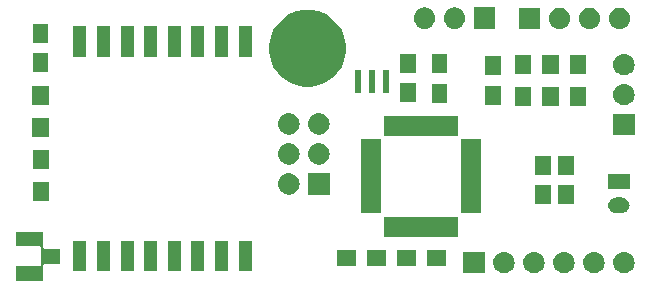
<source format=gts>
G04 #@! TF.GenerationSoftware,KiCad,Pcbnew,(5.0.2)-1*
G04 #@! TF.CreationDate,2019-03-02T08:42:05-05:00*
G04 #@! TF.ProjectId,ENN-node.v1,454e4e2d-6e6f-4646-952e-76312e6b6963,rev?*
G04 #@! TF.SameCoordinates,Original*
G04 #@! TF.FileFunction,Soldermask,Top*
G04 #@! TF.FilePolarity,Negative*
%FSLAX46Y46*%
G04 Gerber Fmt 4.6, Leading zero omitted, Abs format (unit mm)*
G04 Created by KiCad (PCBNEW (5.0.2)-1) date 3/2/2019 8:42:05 AM*
%MOMM*%
%LPD*%
G01*
G04 APERTURE LIST*
%ADD10C,0.100000*%
G04 APERTURE END LIST*
D10*
G36*
X129014400Y-107409400D02*
X129016802Y-107433786D01*
X129023915Y-107457235D01*
X129035466Y-107478846D01*
X129051012Y-107497788D01*
X129069954Y-107513334D01*
X129091565Y-107524885D01*
X129115014Y-107531998D01*
X129139400Y-107534400D01*
X130414400Y-107534400D01*
X130414400Y-108836000D01*
X129139400Y-108836000D01*
X129115014Y-108838402D01*
X129091565Y-108845515D01*
X129069954Y-108857066D01*
X129051012Y-108872612D01*
X129035466Y-108891554D01*
X129023915Y-108913165D01*
X129016802Y-108936614D01*
X129014400Y-108961000D01*
X129014400Y-110236000D01*
X126712800Y-110236000D01*
X126712800Y-109034400D01*
X128687800Y-109034400D01*
X128712186Y-109031998D01*
X128735635Y-109024885D01*
X128757246Y-109013334D01*
X128776188Y-108997788D01*
X128791734Y-108978846D01*
X128803285Y-108957235D01*
X128810398Y-108933786D01*
X128812800Y-108909400D01*
X128812800Y-107461000D01*
X128810398Y-107436614D01*
X128803285Y-107413165D01*
X128791734Y-107391554D01*
X128776188Y-107372612D01*
X128757246Y-107357066D01*
X128735635Y-107345515D01*
X128712186Y-107338402D01*
X128687800Y-107336000D01*
X126712800Y-107336000D01*
X126712800Y-106134400D01*
X129014400Y-106134400D01*
X129014400Y-107409400D01*
X129014400Y-107409400D01*
G37*
G36*
X178269362Y-107815545D02*
X178357588Y-107824234D01*
X178470789Y-107858573D01*
X178527390Y-107875743D01*
X178665980Y-107949822D01*
X178683879Y-107959389D01*
X178719609Y-107988712D01*
X178821044Y-108071956D01*
X178904288Y-108173391D01*
X178933611Y-108209121D01*
X178933612Y-108209123D01*
X179017257Y-108365610D01*
X179017257Y-108365611D01*
X179068766Y-108535412D01*
X179086158Y-108712000D01*
X179068766Y-108888588D01*
X179055055Y-108933786D01*
X179017257Y-109058390D01*
X178943178Y-109196980D01*
X178933611Y-109214879D01*
X178904288Y-109250609D01*
X178821044Y-109352044D01*
X178719609Y-109435288D01*
X178683879Y-109464611D01*
X178683877Y-109464612D01*
X178527390Y-109548257D01*
X178470789Y-109565427D01*
X178357588Y-109599766D01*
X178269362Y-109608455D01*
X178225250Y-109612800D01*
X178136750Y-109612800D01*
X178092638Y-109608455D01*
X178004412Y-109599766D01*
X177891211Y-109565427D01*
X177834610Y-109548257D01*
X177678123Y-109464612D01*
X177678121Y-109464611D01*
X177642391Y-109435288D01*
X177540956Y-109352044D01*
X177457712Y-109250609D01*
X177428389Y-109214879D01*
X177418822Y-109196980D01*
X177344743Y-109058390D01*
X177306945Y-108933786D01*
X177293234Y-108888588D01*
X177275842Y-108712000D01*
X177293234Y-108535412D01*
X177344743Y-108365611D01*
X177344743Y-108365610D01*
X177428388Y-108209123D01*
X177428389Y-108209121D01*
X177457712Y-108173391D01*
X177540956Y-108071956D01*
X177642391Y-107988712D01*
X177678121Y-107959389D01*
X177696020Y-107949822D01*
X177834610Y-107875743D01*
X177891211Y-107858573D01*
X178004412Y-107824234D01*
X178092638Y-107815545D01*
X178136750Y-107811200D01*
X178225250Y-107811200D01*
X178269362Y-107815545D01*
X178269362Y-107815545D01*
G37*
G36*
X166381800Y-109612800D02*
X164580200Y-109612800D01*
X164580200Y-107811200D01*
X166381800Y-107811200D01*
X166381800Y-109612800D01*
X166381800Y-109612800D01*
G37*
G36*
X168109362Y-107815545D02*
X168197588Y-107824234D01*
X168310789Y-107858573D01*
X168367390Y-107875743D01*
X168505980Y-107949822D01*
X168523879Y-107959389D01*
X168559609Y-107988712D01*
X168661044Y-108071956D01*
X168744288Y-108173391D01*
X168773611Y-108209121D01*
X168773612Y-108209123D01*
X168857257Y-108365610D01*
X168857257Y-108365611D01*
X168908766Y-108535412D01*
X168926158Y-108712000D01*
X168908766Y-108888588D01*
X168895055Y-108933786D01*
X168857257Y-109058390D01*
X168783178Y-109196980D01*
X168773611Y-109214879D01*
X168744288Y-109250609D01*
X168661044Y-109352044D01*
X168559609Y-109435288D01*
X168523879Y-109464611D01*
X168523877Y-109464612D01*
X168367390Y-109548257D01*
X168310789Y-109565427D01*
X168197588Y-109599766D01*
X168109362Y-109608455D01*
X168065250Y-109612800D01*
X167976750Y-109612800D01*
X167932638Y-109608455D01*
X167844412Y-109599766D01*
X167731211Y-109565427D01*
X167674610Y-109548257D01*
X167518123Y-109464612D01*
X167518121Y-109464611D01*
X167482391Y-109435288D01*
X167380956Y-109352044D01*
X167297712Y-109250609D01*
X167268389Y-109214879D01*
X167258822Y-109196980D01*
X167184743Y-109058390D01*
X167146945Y-108933786D01*
X167133234Y-108888588D01*
X167115842Y-108712000D01*
X167133234Y-108535412D01*
X167184743Y-108365611D01*
X167184743Y-108365610D01*
X167268388Y-108209123D01*
X167268389Y-108209121D01*
X167297712Y-108173391D01*
X167380956Y-108071956D01*
X167482391Y-107988712D01*
X167518121Y-107959389D01*
X167536020Y-107949822D01*
X167674610Y-107875743D01*
X167731211Y-107858573D01*
X167844412Y-107824234D01*
X167932638Y-107815545D01*
X167976750Y-107811200D01*
X168065250Y-107811200D01*
X168109362Y-107815545D01*
X168109362Y-107815545D01*
G37*
G36*
X173189362Y-107815545D02*
X173277588Y-107824234D01*
X173390789Y-107858573D01*
X173447390Y-107875743D01*
X173585980Y-107949822D01*
X173603879Y-107959389D01*
X173639609Y-107988712D01*
X173741044Y-108071956D01*
X173824288Y-108173391D01*
X173853611Y-108209121D01*
X173853612Y-108209123D01*
X173937257Y-108365610D01*
X173937257Y-108365611D01*
X173988766Y-108535412D01*
X174006158Y-108712000D01*
X173988766Y-108888588D01*
X173975055Y-108933786D01*
X173937257Y-109058390D01*
X173863178Y-109196980D01*
X173853611Y-109214879D01*
X173824288Y-109250609D01*
X173741044Y-109352044D01*
X173639609Y-109435288D01*
X173603879Y-109464611D01*
X173603877Y-109464612D01*
X173447390Y-109548257D01*
X173390789Y-109565427D01*
X173277588Y-109599766D01*
X173189362Y-109608455D01*
X173145250Y-109612800D01*
X173056750Y-109612800D01*
X173012638Y-109608455D01*
X172924412Y-109599766D01*
X172811211Y-109565427D01*
X172754610Y-109548257D01*
X172598123Y-109464612D01*
X172598121Y-109464611D01*
X172562391Y-109435288D01*
X172460956Y-109352044D01*
X172377712Y-109250609D01*
X172348389Y-109214879D01*
X172338822Y-109196980D01*
X172264743Y-109058390D01*
X172226945Y-108933786D01*
X172213234Y-108888588D01*
X172195842Y-108712000D01*
X172213234Y-108535412D01*
X172264743Y-108365611D01*
X172264743Y-108365610D01*
X172348388Y-108209123D01*
X172348389Y-108209121D01*
X172377712Y-108173391D01*
X172460956Y-108071956D01*
X172562391Y-107988712D01*
X172598121Y-107959389D01*
X172616020Y-107949822D01*
X172754610Y-107875743D01*
X172811211Y-107858573D01*
X172924412Y-107824234D01*
X173012638Y-107815545D01*
X173056750Y-107811200D01*
X173145250Y-107811200D01*
X173189362Y-107815545D01*
X173189362Y-107815545D01*
G37*
G36*
X170649362Y-107815545D02*
X170737588Y-107824234D01*
X170850789Y-107858573D01*
X170907390Y-107875743D01*
X171045980Y-107949822D01*
X171063879Y-107959389D01*
X171099609Y-107988712D01*
X171201044Y-108071956D01*
X171284288Y-108173391D01*
X171313611Y-108209121D01*
X171313612Y-108209123D01*
X171397257Y-108365610D01*
X171397257Y-108365611D01*
X171448766Y-108535412D01*
X171466158Y-108712000D01*
X171448766Y-108888588D01*
X171435055Y-108933786D01*
X171397257Y-109058390D01*
X171323178Y-109196980D01*
X171313611Y-109214879D01*
X171284288Y-109250609D01*
X171201044Y-109352044D01*
X171099609Y-109435288D01*
X171063879Y-109464611D01*
X171063877Y-109464612D01*
X170907390Y-109548257D01*
X170850789Y-109565427D01*
X170737588Y-109599766D01*
X170649362Y-109608455D01*
X170605250Y-109612800D01*
X170516750Y-109612800D01*
X170472638Y-109608455D01*
X170384412Y-109599766D01*
X170271211Y-109565427D01*
X170214610Y-109548257D01*
X170058123Y-109464612D01*
X170058121Y-109464611D01*
X170022391Y-109435288D01*
X169920956Y-109352044D01*
X169837712Y-109250609D01*
X169808389Y-109214879D01*
X169798822Y-109196980D01*
X169724743Y-109058390D01*
X169686945Y-108933786D01*
X169673234Y-108888588D01*
X169655842Y-108712000D01*
X169673234Y-108535412D01*
X169724743Y-108365611D01*
X169724743Y-108365610D01*
X169808388Y-108209123D01*
X169808389Y-108209121D01*
X169837712Y-108173391D01*
X169920956Y-108071956D01*
X170022391Y-107988712D01*
X170058121Y-107959389D01*
X170076020Y-107949822D01*
X170214610Y-107875743D01*
X170271211Y-107858573D01*
X170384412Y-107824234D01*
X170472638Y-107815545D01*
X170516750Y-107811200D01*
X170605250Y-107811200D01*
X170649362Y-107815545D01*
X170649362Y-107815545D01*
G37*
G36*
X175729362Y-107815545D02*
X175817588Y-107824234D01*
X175930789Y-107858573D01*
X175987390Y-107875743D01*
X176125980Y-107949822D01*
X176143879Y-107959389D01*
X176179609Y-107988712D01*
X176281044Y-108071956D01*
X176364288Y-108173391D01*
X176393611Y-108209121D01*
X176393612Y-108209123D01*
X176477257Y-108365610D01*
X176477257Y-108365611D01*
X176528766Y-108535412D01*
X176546158Y-108712000D01*
X176528766Y-108888588D01*
X176515055Y-108933786D01*
X176477257Y-109058390D01*
X176403178Y-109196980D01*
X176393611Y-109214879D01*
X176364288Y-109250609D01*
X176281044Y-109352044D01*
X176179609Y-109435288D01*
X176143879Y-109464611D01*
X176143877Y-109464612D01*
X175987390Y-109548257D01*
X175930789Y-109565427D01*
X175817588Y-109599766D01*
X175729362Y-109608455D01*
X175685250Y-109612800D01*
X175596750Y-109612800D01*
X175552638Y-109608455D01*
X175464412Y-109599766D01*
X175351211Y-109565427D01*
X175294610Y-109548257D01*
X175138123Y-109464612D01*
X175138121Y-109464611D01*
X175102391Y-109435288D01*
X175000956Y-109352044D01*
X174917712Y-109250609D01*
X174888389Y-109214879D01*
X174878822Y-109196980D01*
X174804743Y-109058390D01*
X174766945Y-108933786D01*
X174753234Y-108888588D01*
X174735842Y-108712000D01*
X174753234Y-108535412D01*
X174804743Y-108365611D01*
X174804743Y-108365610D01*
X174888388Y-108209123D01*
X174888389Y-108209121D01*
X174917712Y-108173391D01*
X175000956Y-108071956D01*
X175102391Y-107988712D01*
X175138121Y-107959389D01*
X175156020Y-107949822D01*
X175294610Y-107875743D01*
X175351211Y-107858573D01*
X175464412Y-107824234D01*
X175552638Y-107815545D01*
X175596750Y-107811200D01*
X175685250Y-107811200D01*
X175729362Y-107815545D01*
X175729362Y-107815545D01*
G37*
G36*
X140657200Y-109467600D02*
X139555600Y-109467600D01*
X139555600Y-106866000D01*
X140657200Y-106866000D01*
X140657200Y-109467600D01*
X140657200Y-109467600D01*
G37*
G36*
X132657200Y-109467600D02*
X131555600Y-109467600D01*
X131555600Y-106866000D01*
X132657200Y-106866000D01*
X132657200Y-109467600D01*
X132657200Y-109467600D01*
G37*
G36*
X134657200Y-109467600D02*
X133555600Y-109467600D01*
X133555600Y-106866000D01*
X134657200Y-106866000D01*
X134657200Y-109467600D01*
X134657200Y-109467600D01*
G37*
G36*
X136657200Y-109467600D02*
X135555600Y-109467600D01*
X135555600Y-106866000D01*
X136657200Y-106866000D01*
X136657200Y-109467600D01*
X136657200Y-109467600D01*
G37*
G36*
X138657200Y-109467600D02*
X137555600Y-109467600D01*
X137555600Y-106866000D01*
X138657200Y-106866000D01*
X138657200Y-109467600D01*
X138657200Y-109467600D01*
G37*
G36*
X142657200Y-109467600D02*
X141555600Y-109467600D01*
X141555600Y-106866000D01*
X142657200Y-106866000D01*
X142657200Y-109467600D01*
X142657200Y-109467600D01*
G37*
G36*
X144657200Y-109467600D02*
X143555600Y-109467600D01*
X143555600Y-106866000D01*
X144657200Y-106866000D01*
X144657200Y-109467600D01*
X144657200Y-109467600D01*
G37*
G36*
X146657200Y-109467600D02*
X145555600Y-109467600D01*
X145555600Y-106866000D01*
X146657200Y-106866000D01*
X146657200Y-109467600D01*
X146657200Y-109467600D01*
G37*
G36*
X163106800Y-109006800D02*
X161505200Y-109006800D01*
X161505200Y-107655200D01*
X163106800Y-107655200D01*
X163106800Y-109006800D01*
X163106800Y-109006800D01*
G37*
G36*
X160606800Y-109006800D02*
X159005200Y-109006800D01*
X159005200Y-107655200D01*
X160606800Y-107655200D01*
X160606800Y-109006800D01*
X160606800Y-109006800D01*
G37*
G36*
X158006800Y-109006800D02*
X156405200Y-109006800D01*
X156405200Y-107655200D01*
X158006800Y-107655200D01*
X158006800Y-109006800D01*
X158006800Y-109006800D01*
G37*
G36*
X155506800Y-109006800D02*
X153905200Y-109006800D01*
X153905200Y-107655200D01*
X155506800Y-107655200D01*
X155506800Y-109006800D01*
X155506800Y-109006800D01*
G37*
G36*
X164102800Y-106516800D02*
X157851200Y-106516800D01*
X157851200Y-104815200D01*
X164102800Y-104815200D01*
X164102800Y-106516800D01*
X164102800Y-106516800D01*
G37*
G36*
X166077800Y-104541800D02*
X164376200Y-104541800D01*
X164376200Y-98290200D01*
X166077800Y-98290200D01*
X166077800Y-104541800D01*
X166077800Y-104541800D01*
G37*
G36*
X157577800Y-104541800D02*
X155876200Y-104541800D01*
X155876200Y-98290200D01*
X157577800Y-98290200D01*
X157577800Y-104541800D01*
X157577800Y-104541800D01*
G37*
G36*
X178078971Y-103207908D02*
X178126779Y-103212617D01*
X178249455Y-103249831D01*
X178249458Y-103249832D01*
X178362514Y-103310261D01*
X178461611Y-103391589D01*
X178542939Y-103490686D01*
X178603368Y-103603742D01*
X178603369Y-103603745D01*
X178640583Y-103726421D01*
X178653148Y-103854000D01*
X178640583Y-103981579D01*
X178603369Y-104104255D01*
X178603368Y-104104258D01*
X178542939Y-104217314D01*
X178461611Y-104316411D01*
X178362514Y-104397739D01*
X178249458Y-104458168D01*
X178249455Y-104458169D01*
X178126779Y-104495383D01*
X178078971Y-104500091D01*
X178031165Y-104504800D01*
X177467235Y-104504800D01*
X177419429Y-104500091D01*
X177371621Y-104495383D01*
X177248945Y-104458169D01*
X177248942Y-104458168D01*
X177135886Y-104397739D01*
X177036789Y-104316411D01*
X176955461Y-104217314D01*
X176895032Y-104104258D01*
X176895031Y-104104255D01*
X176857817Y-103981579D01*
X176845252Y-103854000D01*
X176857817Y-103726421D01*
X176895031Y-103603745D01*
X176895032Y-103603742D01*
X176955461Y-103490686D01*
X177036789Y-103391589D01*
X177135886Y-103310261D01*
X177248942Y-103249832D01*
X177248945Y-103249831D01*
X177371621Y-103212617D01*
X177419429Y-103207908D01*
X177467235Y-103203200D01*
X178031165Y-103203200D01*
X178078971Y-103207908D01*
X178078971Y-103207908D01*
G37*
G36*
X173954600Y-103783200D02*
X172603000Y-103783200D01*
X172603000Y-102181600D01*
X173954600Y-102181600D01*
X173954600Y-103783200D01*
X173954600Y-103783200D01*
G37*
G36*
X171973400Y-103783200D02*
X170621800Y-103783200D01*
X170621800Y-102181600D01*
X171973400Y-102181600D01*
X171973400Y-103783200D01*
X171973400Y-103783200D01*
G37*
G36*
X129529600Y-103475200D02*
X128128000Y-103475200D01*
X128128000Y-101873600D01*
X129529600Y-101873600D01*
X129529600Y-103475200D01*
X129529600Y-103475200D01*
G37*
G36*
X149897562Y-101160745D02*
X149985788Y-101169434D01*
X150097099Y-101203200D01*
X150155590Y-101220943D01*
X150272063Y-101283200D01*
X150312079Y-101304589D01*
X150347809Y-101333912D01*
X150449244Y-101417156D01*
X150532488Y-101518591D01*
X150561811Y-101554321D01*
X150561812Y-101554323D01*
X150645457Y-101710810D01*
X150645457Y-101710811D01*
X150696966Y-101880612D01*
X150714358Y-102057200D01*
X150696966Y-102233788D01*
X150679853Y-102290200D01*
X150645457Y-102403590D01*
X150571378Y-102542180D01*
X150561811Y-102560079D01*
X150532488Y-102595809D01*
X150449244Y-102697244D01*
X150347809Y-102780488D01*
X150312079Y-102809811D01*
X150312077Y-102809812D01*
X150155590Y-102893457D01*
X150098989Y-102910627D01*
X149985788Y-102944966D01*
X149897562Y-102953655D01*
X149853450Y-102958000D01*
X149764950Y-102958000D01*
X149720838Y-102953655D01*
X149632612Y-102944966D01*
X149519411Y-102910627D01*
X149462810Y-102893457D01*
X149306323Y-102809812D01*
X149306321Y-102809811D01*
X149270591Y-102780488D01*
X149169156Y-102697244D01*
X149085912Y-102595809D01*
X149056589Y-102560079D01*
X149047022Y-102542180D01*
X148972943Y-102403590D01*
X148938547Y-102290200D01*
X148921434Y-102233788D01*
X148904042Y-102057200D01*
X148921434Y-101880612D01*
X148972943Y-101710811D01*
X148972943Y-101710810D01*
X149056588Y-101554323D01*
X149056589Y-101554321D01*
X149085912Y-101518591D01*
X149169156Y-101417156D01*
X149270591Y-101333912D01*
X149306321Y-101304589D01*
X149346337Y-101283200D01*
X149462810Y-101220943D01*
X149521301Y-101203200D01*
X149632612Y-101169434D01*
X149720838Y-101160745D01*
X149764950Y-101156400D01*
X149853450Y-101156400D01*
X149897562Y-101160745D01*
X149897562Y-101160745D01*
G37*
G36*
X153250000Y-102958000D02*
X151448400Y-102958000D01*
X151448400Y-101156400D01*
X153250000Y-101156400D01*
X153250000Y-102958000D01*
X153250000Y-102958000D01*
G37*
G36*
X178650000Y-102504800D02*
X176848400Y-102504800D01*
X176848400Y-101203200D01*
X178650000Y-101203200D01*
X178650000Y-102504800D01*
X178650000Y-102504800D01*
G37*
G36*
X171973400Y-101283200D02*
X170621800Y-101283200D01*
X170621800Y-99681600D01*
X171973400Y-99681600D01*
X171973400Y-101283200D01*
X171973400Y-101283200D01*
G37*
G36*
X173954600Y-101283200D02*
X172603000Y-101283200D01*
X172603000Y-99681600D01*
X173954600Y-99681600D01*
X173954600Y-101283200D01*
X173954600Y-101283200D01*
G37*
G36*
X129529600Y-100775200D02*
X128128000Y-100775200D01*
X128128000Y-99173600D01*
X129529600Y-99173600D01*
X129529600Y-100775200D01*
X129529600Y-100775200D01*
G37*
G36*
X149897562Y-98620745D02*
X149985788Y-98629434D01*
X150098989Y-98663773D01*
X150155590Y-98680943D01*
X150294180Y-98755022D01*
X150312079Y-98764589D01*
X150347809Y-98793912D01*
X150449244Y-98877156D01*
X150532488Y-98978591D01*
X150561811Y-99014321D01*
X150561812Y-99014323D01*
X150645457Y-99170810D01*
X150645457Y-99170811D01*
X150696966Y-99340612D01*
X150714358Y-99517200D01*
X150696966Y-99693788D01*
X150662627Y-99806989D01*
X150645457Y-99863590D01*
X150631233Y-99890200D01*
X150561811Y-100020079D01*
X150532488Y-100055809D01*
X150449244Y-100157244D01*
X150347809Y-100240488D01*
X150312079Y-100269811D01*
X150312077Y-100269812D01*
X150155590Y-100353457D01*
X150098989Y-100370627D01*
X149985788Y-100404966D01*
X149897562Y-100413655D01*
X149853450Y-100418000D01*
X149764950Y-100418000D01*
X149720838Y-100413655D01*
X149632612Y-100404966D01*
X149519411Y-100370627D01*
X149462810Y-100353457D01*
X149306323Y-100269812D01*
X149306321Y-100269811D01*
X149270591Y-100240488D01*
X149169156Y-100157244D01*
X149085912Y-100055809D01*
X149056589Y-100020079D01*
X148987167Y-99890200D01*
X148972943Y-99863590D01*
X148955773Y-99806989D01*
X148921434Y-99693788D01*
X148904042Y-99517200D01*
X148921434Y-99340612D01*
X148972943Y-99170811D01*
X148972943Y-99170810D01*
X149056588Y-99014323D01*
X149056589Y-99014321D01*
X149085912Y-98978591D01*
X149169156Y-98877156D01*
X149270591Y-98793912D01*
X149306321Y-98764589D01*
X149324220Y-98755022D01*
X149462810Y-98680943D01*
X149519411Y-98663773D01*
X149632612Y-98629434D01*
X149720838Y-98620745D01*
X149764950Y-98616400D01*
X149853450Y-98616400D01*
X149897562Y-98620745D01*
X149897562Y-98620745D01*
G37*
G36*
X152437562Y-98620745D02*
X152525788Y-98629434D01*
X152638989Y-98663773D01*
X152695590Y-98680943D01*
X152834180Y-98755022D01*
X152852079Y-98764589D01*
X152887809Y-98793912D01*
X152989244Y-98877156D01*
X153072488Y-98978591D01*
X153101811Y-99014321D01*
X153101812Y-99014323D01*
X153185457Y-99170810D01*
X153185457Y-99170811D01*
X153236966Y-99340612D01*
X153254358Y-99517200D01*
X153236966Y-99693788D01*
X153202627Y-99806989D01*
X153185457Y-99863590D01*
X153171233Y-99890200D01*
X153101811Y-100020079D01*
X153072488Y-100055809D01*
X152989244Y-100157244D01*
X152887809Y-100240488D01*
X152852079Y-100269811D01*
X152852077Y-100269812D01*
X152695590Y-100353457D01*
X152638989Y-100370627D01*
X152525788Y-100404966D01*
X152437562Y-100413655D01*
X152393450Y-100418000D01*
X152304950Y-100418000D01*
X152260838Y-100413655D01*
X152172612Y-100404966D01*
X152059411Y-100370627D01*
X152002810Y-100353457D01*
X151846323Y-100269812D01*
X151846321Y-100269811D01*
X151810591Y-100240488D01*
X151709156Y-100157244D01*
X151625912Y-100055809D01*
X151596589Y-100020079D01*
X151527167Y-99890200D01*
X151512943Y-99863590D01*
X151495773Y-99806989D01*
X151461434Y-99693788D01*
X151444042Y-99517200D01*
X151461434Y-99340612D01*
X151512943Y-99170811D01*
X151512943Y-99170810D01*
X151596588Y-99014323D01*
X151596589Y-99014321D01*
X151625912Y-98978591D01*
X151709156Y-98877156D01*
X151810591Y-98793912D01*
X151846321Y-98764589D01*
X151864220Y-98755022D01*
X152002810Y-98680943D01*
X152059411Y-98663773D01*
X152172612Y-98629434D01*
X152260838Y-98620745D01*
X152304950Y-98616400D01*
X152393450Y-98616400D01*
X152437562Y-98620745D01*
X152437562Y-98620745D01*
G37*
G36*
X129478800Y-98090400D02*
X128077200Y-98090400D01*
X128077200Y-96488800D01*
X129478800Y-96488800D01*
X129478800Y-98090400D01*
X129478800Y-98090400D01*
G37*
G36*
X164102800Y-98016800D02*
X157851200Y-98016800D01*
X157851200Y-96315200D01*
X164102800Y-96315200D01*
X164102800Y-98016800D01*
X164102800Y-98016800D01*
G37*
G36*
X179081800Y-97928800D02*
X177280200Y-97928800D01*
X177280200Y-96127200D01*
X179081800Y-96127200D01*
X179081800Y-97928800D01*
X179081800Y-97928800D01*
G37*
G36*
X152437562Y-96080745D02*
X152525788Y-96089434D01*
X152638989Y-96123773D01*
X152695590Y-96140943D01*
X152834180Y-96215022D01*
X152852079Y-96224589D01*
X152887809Y-96253912D01*
X152989244Y-96337156D01*
X153072488Y-96438591D01*
X153101811Y-96474321D01*
X153101812Y-96474323D01*
X153185457Y-96630810D01*
X153185457Y-96630811D01*
X153236966Y-96800612D01*
X153254358Y-96977200D01*
X153236966Y-97153788D01*
X153202627Y-97266989D01*
X153185457Y-97323590D01*
X153111378Y-97462180D01*
X153101811Y-97480079D01*
X153072488Y-97515809D01*
X152989244Y-97617244D01*
X152887809Y-97700488D01*
X152852079Y-97729811D01*
X152852077Y-97729812D01*
X152695590Y-97813457D01*
X152638989Y-97830627D01*
X152525788Y-97864966D01*
X152437562Y-97873655D01*
X152393450Y-97878000D01*
X152304950Y-97878000D01*
X152260838Y-97873655D01*
X152172612Y-97864966D01*
X152059411Y-97830627D01*
X152002810Y-97813457D01*
X151846323Y-97729812D01*
X151846321Y-97729811D01*
X151810591Y-97700488D01*
X151709156Y-97617244D01*
X151625912Y-97515809D01*
X151596589Y-97480079D01*
X151587022Y-97462180D01*
X151512943Y-97323590D01*
X151495773Y-97266989D01*
X151461434Y-97153788D01*
X151444042Y-96977200D01*
X151461434Y-96800612D01*
X151512943Y-96630811D01*
X151512943Y-96630810D01*
X151596588Y-96474323D01*
X151596589Y-96474321D01*
X151625912Y-96438591D01*
X151709156Y-96337156D01*
X151810591Y-96253912D01*
X151846321Y-96224589D01*
X151864220Y-96215022D01*
X152002810Y-96140943D01*
X152059411Y-96123773D01*
X152172612Y-96089434D01*
X152260838Y-96080745D01*
X152304950Y-96076400D01*
X152393450Y-96076400D01*
X152437562Y-96080745D01*
X152437562Y-96080745D01*
G37*
G36*
X149897562Y-96080745D02*
X149985788Y-96089434D01*
X150098989Y-96123773D01*
X150155590Y-96140943D01*
X150294180Y-96215022D01*
X150312079Y-96224589D01*
X150347809Y-96253912D01*
X150449244Y-96337156D01*
X150532488Y-96438591D01*
X150561811Y-96474321D01*
X150561812Y-96474323D01*
X150645457Y-96630810D01*
X150645457Y-96630811D01*
X150696966Y-96800612D01*
X150714358Y-96977200D01*
X150696966Y-97153788D01*
X150662627Y-97266989D01*
X150645457Y-97323590D01*
X150571378Y-97462180D01*
X150561811Y-97480079D01*
X150532488Y-97515809D01*
X150449244Y-97617244D01*
X150347809Y-97700488D01*
X150312079Y-97729811D01*
X150312077Y-97729812D01*
X150155590Y-97813457D01*
X150098989Y-97830627D01*
X149985788Y-97864966D01*
X149897562Y-97873655D01*
X149853450Y-97878000D01*
X149764950Y-97878000D01*
X149720838Y-97873655D01*
X149632612Y-97864966D01*
X149519411Y-97830627D01*
X149462810Y-97813457D01*
X149306323Y-97729812D01*
X149306321Y-97729811D01*
X149270591Y-97700488D01*
X149169156Y-97617244D01*
X149085912Y-97515809D01*
X149056589Y-97480079D01*
X149047022Y-97462180D01*
X148972943Y-97323590D01*
X148955773Y-97266989D01*
X148921434Y-97153788D01*
X148904042Y-96977200D01*
X148921434Y-96800612D01*
X148972943Y-96630811D01*
X148972943Y-96630810D01*
X149056588Y-96474323D01*
X149056589Y-96474321D01*
X149085912Y-96438591D01*
X149169156Y-96337156D01*
X149270591Y-96253912D01*
X149306321Y-96224589D01*
X149324220Y-96215022D01*
X149462810Y-96140943D01*
X149519411Y-96123773D01*
X149632612Y-96089434D01*
X149720838Y-96080745D01*
X149764950Y-96076400D01*
X149853450Y-96076400D01*
X149897562Y-96080745D01*
X149897562Y-96080745D01*
G37*
G36*
X174995600Y-95441200D02*
X173594000Y-95441200D01*
X173594000Y-93839600D01*
X174995600Y-93839600D01*
X174995600Y-95441200D01*
X174995600Y-95441200D01*
G37*
G36*
X170322000Y-95419600D02*
X168920400Y-95419600D01*
X168920400Y-93818000D01*
X170322000Y-93818000D01*
X170322000Y-95419600D01*
X170322000Y-95419600D01*
G37*
G36*
X172658800Y-95419600D02*
X171257200Y-95419600D01*
X171257200Y-93818000D01*
X172658800Y-93818000D01*
X172658800Y-95419600D01*
X172658800Y-95419600D01*
G37*
G36*
X129478800Y-95390400D02*
X128077200Y-95390400D01*
X128077200Y-93788800D01*
X129478800Y-93788800D01*
X129478800Y-95390400D01*
X129478800Y-95390400D01*
G37*
G36*
X178269362Y-93591545D02*
X178357588Y-93600234D01*
X178470789Y-93634573D01*
X178527390Y-93651743D01*
X178665980Y-93725822D01*
X178683879Y-93735389D01*
X178719609Y-93764712D01*
X178821044Y-93847956D01*
X178904288Y-93949391D01*
X178933611Y-93985121D01*
X178933612Y-93985123D01*
X179017257Y-94141610D01*
X179017257Y-94141611D01*
X179068766Y-94311412D01*
X179086158Y-94488000D01*
X179068766Y-94664588D01*
X179034427Y-94777789D01*
X179017257Y-94834390D01*
X178943178Y-94972980D01*
X178933611Y-94990879D01*
X178904288Y-95026609D01*
X178821044Y-95128044D01*
X178719609Y-95211288D01*
X178683879Y-95240611D01*
X178683877Y-95240612D01*
X178527390Y-95324257D01*
X178476810Y-95339600D01*
X178357588Y-95375766D01*
X178269362Y-95384455D01*
X178225250Y-95388800D01*
X178136750Y-95388800D01*
X178092638Y-95384455D01*
X178004412Y-95375766D01*
X177885190Y-95339600D01*
X177834610Y-95324257D01*
X177678123Y-95240612D01*
X177678121Y-95240611D01*
X177642391Y-95211288D01*
X177540956Y-95128044D01*
X177457712Y-95026609D01*
X177428389Y-94990879D01*
X177418822Y-94972980D01*
X177344743Y-94834390D01*
X177327573Y-94777789D01*
X177293234Y-94664588D01*
X177275842Y-94488000D01*
X177293234Y-94311412D01*
X177344743Y-94141611D01*
X177344743Y-94141610D01*
X177428388Y-93985123D01*
X177428389Y-93985121D01*
X177457712Y-93949391D01*
X177540956Y-93847956D01*
X177642391Y-93764712D01*
X177678121Y-93735389D01*
X177696020Y-93725822D01*
X177834610Y-93651743D01*
X177891211Y-93634573D01*
X178004412Y-93600234D01*
X178092638Y-93591545D01*
X178136750Y-93587200D01*
X178225250Y-93587200D01*
X178269362Y-93591545D01*
X178269362Y-93591545D01*
G37*
G36*
X167757000Y-95339600D02*
X166405400Y-95339600D01*
X166405400Y-93738000D01*
X167757000Y-93738000D01*
X167757000Y-95339600D01*
X167757000Y-95339600D01*
G37*
G36*
X163235800Y-95161800D02*
X161884200Y-95161800D01*
X161884200Y-93560200D01*
X163235800Y-93560200D01*
X163235800Y-95161800D01*
X163235800Y-95161800D01*
G37*
G36*
X160568800Y-95141800D02*
X159217200Y-95141800D01*
X159217200Y-93540200D01*
X160568800Y-93540200D01*
X160568800Y-95141800D01*
X160568800Y-95141800D01*
G37*
G36*
X157121200Y-94371200D02*
X156619600Y-94371200D01*
X156619600Y-92369600D01*
X157121200Y-92369600D01*
X157121200Y-94371200D01*
X157121200Y-94371200D01*
G37*
G36*
X155921200Y-94371200D02*
X155419600Y-94371200D01*
X155419600Y-92369600D01*
X155921200Y-92369600D01*
X155921200Y-94371200D01*
X155921200Y-94371200D01*
G37*
G36*
X158321200Y-94371200D02*
X157819600Y-94371200D01*
X157819600Y-92369600D01*
X158321200Y-92369600D01*
X158321200Y-94371200D01*
X158321200Y-94371200D01*
G37*
G36*
X152332223Y-87450526D02*
X152923830Y-87695578D01*
X153456267Y-88051341D01*
X153909059Y-88504133D01*
X154264822Y-89036570D01*
X154509874Y-89628177D01*
X154634800Y-90256223D01*
X154634800Y-90896577D01*
X154509874Y-91524623D01*
X154264822Y-92116230D01*
X153909059Y-92648667D01*
X153456267Y-93101459D01*
X152923830Y-93457222D01*
X152332223Y-93702274D01*
X151704177Y-93827200D01*
X151063823Y-93827200D01*
X150435777Y-93702274D01*
X149844170Y-93457222D01*
X149311733Y-93101459D01*
X148858941Y-92648667D01*
X148503178Y-92116230D01*
X148258126Y-91524623D01*
X148133200Y-90896577D01*
X148133200Y-90256223D01*
X148258126Y-89628177D01*
X148503178Y-89036570D01*
X148858941Y-88504133D01*
X149311733Y-88051341D01*
X149844170Y-87695578D01*
X150435777Y-87450526D01*
X151063823Y-87325600D01*
X151704177Y-87325600D01*
X152332223Y-87450526D01*
X152332223Y-87450526D01*
G37*
G36*
X178269362Y-91051545D02*
X178357588Y-91060234D01*
X178470789Y-91094573D01*
X178527390Y-91111743D01*
X178579506Y-91139600D01*
X178683879Y-91195389D01*
X178719609Y-91224712D01*
X178821044Y-91307956D01*
X178904288Y-91409391D01*
X178933611Y-91445121D01*
X178933612Y-91445123D01*
X179017257Y-91601610D01*
X179017257Y-91601611D01*
X179068766Y-91771412D01*
X179086158Y-91948000D01*
X179068766Y-92124588D01*
X179034427Y-92237789D01*
X179017257Y-92294390D01*
X178977056Y-92369600D01*
X178933611Y-92450879D01*
X178904288Y-92486609D01*
X178821044Y-92588044D01*
X178747173Y-92648667D01*
X178683879Y-92700611D01*
X178683877Y-92700612D01*
X178527390Y-92784257D01*
X178470789Y-92801427D01*
X178357588Y-92835766D01*
X178269362Y-92844455D01*
X178225250Y-92848800D01*
X178136750Y-92848800D01*
X178092638Y-92844455D01*
X178004412Y-92835766D01*
X177891211Y-92801427D01*
X177834610Y-92784257D01*
X177678123Y-92700612D01*
X177678121Y-92700611D01*
X177614827Y-92648667D01*
X177540956Y-92588044D01*
X177457712Y-92486609D01*
X177428389Y-92450879D01*
X177384944Y-92369600D01*
X177344743Y-92294390D01*
X177327573Y-92237789D01*
X177293234Y-92124588D01*
X177275842Y-91948000D01*
X177293234Y-91771412D01*
X177344743Y-91601611D01*
X177344743Y-91601610D01*
X177428388Y-91445123D01*
X177428389Y-91445121D01*
X177457712Y-91409391D01*
X177540956Y-91307956D01*
X177642391Y-91224712D01*
X177678121Y-91195389D01*
X177782494Y-91139600D01*
X177834610Y-91111743D01*
X177891211Y-91094573D01*
X178004412Y-91060234D01*
X178092638Y-91051545D01*
X178136750Y-91047200D01*
X178225250Y-91047200D01*
X178269362Y-91051545D01*
X178269362Y-91051545D01*
G37*
G36*
X167757000Y-92839600D02*
X166405400Y-92839600D01*
X166405400Y-91238000D01*
X167757000Y-91238000D01*
X167757000Y-92839600D01*
X167757000Y-92839600D01*
G37*
G36*
X174995600Y-92741200D02*
X173594000Y-92741200D01*
X173594000Y-91139600D01*
X174995600Y-91139600D01*
X174995600Y-92741200D01*
X174995600Y-92741200D01*
G37*
G36*
X170322000Y-92719600D02*
X168920400Y-92719600D01*
X168920400Y-91118000D01*
X170322000Y-91118000D01*
X170322000Y-92719600D01*
X170322000Y-92719600D01*
G37*
G36*
X172658800Y-92719600D02*
X171257200Y-92719600D01*
X171257200Y-91118000D01*
X172658800Y-91118000D01*
X172658800Y-92719600D01*
X172658800Y-92719600D01*
G37*
G36*
X163235800Y-92661800D02*
X161884200Y-92661800D01*
X161884200Y-91060200D01*
X163235800Y-91060200D01*
X163235800Y-92661800D01*
X163235800Y-92661800D01*
G37*
G36*
X160568800Y-92641800D02*
X159217200Y-92641800D01*
X159217200Y-91040200D01*
X160568800Y-91040200D01*
X160568800Y-92641800D01*
X160568800Y-92641800D01*
G37*
G36*
X129453800Y-92607200D02*
X128102200Y-92607200D01*
X128102200Y-91005600D01*
X129453800Y-91005600D01*
X129453800Y-92607200D01*
X129453800Y-92607200D01*
G37*
G36*
X134657200Y-91267600D02*
X133555600Y-91267600D01*
X133555600Y-88666000D01*
X134657200Y-88666000D01*
X134657200Y-91267600D01*
X134657200Y-91267600D01*
G37*
G36*
X146657200Y-91267600D02*
X145555600Y-91267600D01*
X145555600Y-88666000D01*
X146657200Y-88666000D01*
X146657200Y-91267600D01*
X146657200Y-91267600D01*
G37*
G36*
X136657200Y-91267600D02*
X135555600Y-91267600D01*
X135555600Y-88666000D01*
X136657200Y-88666000D01*
X136657200Y-91267600D01*
X136657200Y-91267600D01*
G37*
G36*
X138657200Y-91267600D02*
X137555600Y-91267600D01*
X137555600Y-88666000D01*
X138657200Y-88666000D01*
X138657200Y-91267600D01*
X138657200Y-91267600D01*
G37*
G36*
X132657200Y-91267600D02*
X131555600Y-91267600D01*
X131555600Y-88666000D01*
X132657200Y-88666000D01*
X132657200Y-91267600D01*
X132657200Y-91267600D01*
G37*
G36*
X144657200Y-91267600D02*
X143555600Y-91267600D01*
X143555600Y-88666000D01*
X144657200Y-88666000D01*
X144657200Y-91267600D01*
X144657200Y-91267600D01*
G37*
G36*
X142657200Y-91267600D02*
X141555600Y-91267600D01*
X141555600Y-88666000D01*
X142657200Y-88666000D01*
X142657200Y-91267600D01*
X142657200Y-91267600D01*
G37*
G36*
X140657200Y-91267600D02*
X139555600Y-91267600D01*
X139555600Y-88666000D01*
X140657200Y-88666000D01*
X140657200Y-91267600D01*
X140657200Y-91267600D01*
G37*
G36*
X129453800Y-90107200D02*
X128102200Y-90107200D01*
X128102200Y-88505600D01*
X129453800Y-88505600D01*
X129453800Y-90107200D01*
X129453800Y-90107200D01*
G37*
G36*
X172808362Y-87139945D02*
X172896588Y-87148634D01*
X172982657Y-87174743D01*
X173066390Y-87200143D01*
X173175357Y-87258388D01*
X173222879Y-87283789D01*
X173258609Y-87313112D01*
X173360044Y-87396356D01*
X173443288Y-87497791D01*
X173472611Y-87533521D01*
X173472612Y-87533523D01*
X173556257Y-87690010D01*
X173556257Y-87690011D01*
X173607766Y-87859812D01*
X173625158Y-88036400D01*
X173607766Y-88212988D01*
X173573427Y-88326189D01*
X173556257Y-88382790D01*
X173491397Y-88504133D01*
X173472611Y-88539279D01*
X173443288Y-88575009D01*
X173360044Y-88676444D01*
X173258609Y-88759688D01*
X173222879Y-88789011D01*
X173222877Y-88789012D01*
X173066390Y-88872657D01*
X173009789Y-88889827D01*
X172896588Y-88924166D01*
X172808362Y-88932855D01*
X172764250Y-88937200D01*
X172675750Y-88937200D01*
X172631638Y-88932855D01*
X172543412Y-88924166D01*
X172430211Y-88889827D01*
X172373610Y-88872657D01*
X172217123Y-88789012D01*
X172217121Y-88789011D01*
X172181391Y-88759688D01*
X172079956Y-88676444D01*
X171996712Y-88575009D01*
X171967389Y-88539279D01*
X171948603Y-88504133D01*
X171883743Y-88382790D01*
X171866573Y-88326189D01*
X171832234Y-88212988D01*
X171814842Y-88036400D01*
X171832234Y-87859812D01*
X171883743Y-87690011D01*
X171883743Y-87690010D01*
X171967388Y-87533523D01*
X171967389Y-87533521D01*
X171996712Y-87497791D01*
X172079956Y-87396356D01*
X172181391Y-87313112D01*
X172217121Y-87283789D01*
X172264643Y-87258388D01*
X172373610Y-87200143D01*
X172457343Y-87174743D01*
X172543412Y-87148634D01*
X172631638Y-87139945D01*
X172675750Y-87135600D01*
X172764250Y-87135600D01*
X172808362Y-87139945D01*
X172808362Y-87139945D01*
G37*
G36*
X175348362Y-87139945D02*
X175436588Y-87148634D01*
X175522657Y-87174743D01*
X175606390Y-87200143D01*
X175715357Y-87258388D01*
X175762879Y-87283789D01*
X175798609Y-87313112D01*
X175900044Y-87396356D01*
X175983288Y-87497791D01*
X176012611Y-87533521D01*
X176012612Y-87533523D01*
X176096257Y-87690010D01*
X176096257Y-87690011D01*
X176147766Y-87859812D01*
X176165158Y-88036400D01*
X176147766Y-88212988D01*
X176113427Y-88326189D01*
X176096257Y-88382790D01*
X176031397Y-88504133D01*
X176012611Y-88539279D01*
X175983288Y-88575009D01*
X175900044Y-88676444D01*
X175798609Y-88759688D01*
X175762879Y-88789011D01*
X175762877Y-88789012D01*
X175606390Y-88872657D01*
X175549789Y-88889827D01*
X175436588Y-88924166D01*
X175348362Y-88932855D01*
X175304250Y-88937200D01*
X175215750Y-88937200D01*
X175171638Y-88932855D01*
X175083412Y-88924166D01*
X174970211Y-88889827D01*
X174913610Y-88872657D01*
X174757123Y-88789012D01*
X174757121Y-88789011D01*
X174721391Y-88759688D01*
X174619956Y-88676444D01*
X174536712Y-88575009D01*
X174507389Y-88539279D01*
X174488603Y-88504133D01*
X174423743Y-88382790D01*
X174406573Y-88326189D01*
X174372234Y-88212988D01*
X174354842Y-88036400D01*
X174372234Y-87859812D01*
X174423743Y-87690011D01*
X174423743Y-87690010D01*
X174507388Y-87533523D01*
X174507389Y-87533521D01*
X174536712Y-87497791D01*
X174619956Y-87396356D01*
X174721391Y-87313112D01*
X174757121Y-87283789D01*
X174804643Y-87258388D01*
X174913610Y-87200143D01*
X174997343Y-87174743D01*
X175083412Y-87148634D01*
X175171638Y-87139945D01*
X175215750Y-87135600D01*
X175304250Y-87135600D01*
X175348362Y-87139945D01*
X175348362Y-87139945D01*
G37*
G36*
X177888362Y-87139945D02*
X177976588Y-87148634D01*
X178062657Y-87174743D01*
X178146390Y-87200143D01*
X178255357Y-87258388D01*
X178302879Y-87283789D01*
X178338609Y-87313112D01*
X178440044Y-87396356D01*
X178523288Y-87497791D01*
X178552611Y-87533521D01*
X178552612Y-87533523D01*
X178636257Y-87690010D01*
X178636257Y-87690011D01*
X178687766Y-87859812D01*
X178705158Y-88036400D01*
X178687766Y-88212988D01*
X178653427Y-88326189D01*
X178636257Y-88382790D01*
X178571397Y-88504133D01*
X178552611Y-88539279D01*
X178523288Y-88575009D01*
X178440044Y-88676444D01*
X178338609Y-88759688D01*
X178302879Y-88789011D01*
X178302877Y-88789012D01*
X178146390Y-88872657D01*
X178089789Y-88889827D01*
X177976588Y-88924166D01*
X177888362Y-88932855D01*
X177844250Y-88937200D01*
X177755750Y-88937200D01*
X177711638Y-88932855D01*
X177623412Y-88924166D01*
X177510211Y-88889827D01*
X177453610Y-88872657D01*
X177297123Y-88789012D01*
X177297121Y-88789011D01*
X177261391Y-88759688D01*
X177159956Y-88676444D01*
X177076712Y-88575009D01*
X177047389Y-88539279D01*
X177028603Y-88504133D01*
X176963743Y-88382790D01*
X176946573Y-88326189D01*
X176912234Y-88212988D01*
X176894842Y-88036400D01*
X176912234Y-87859812D01*
X176963743Y-87690011D01*
X176963743Y-87690010D01*
X177047388Y-87533523D01*
X177047389Y-87533521D01*
X177076712Y-87497791D01*
X177159956Y-87396356D01*
X177261391Y-87313112D01*
X177297121Y-87283789D01*
X177344643Y-87258388D01*
X177453610Y-87200143D01*
X177537343Y-87174743D01*
X177623412Y-87148634D01*
X177711638Y-87139945D01*
X177755750Y-87135600D01*
X177844250Y-87135600D01*
X177888362Y-87139945D01*
X177888362Y-87139945D01*
G37*
G36*
X171080800Y-88937200D02*
X169279200Y-88937200D01*
X169279200Y-87135600D01*
X171080800Y-87135600D01*
X171080800Y-88937200D01*
X171080800Y-88937200D01*
G37*
G36*
X167270800Y-88911800D02*
X165469200Y-88911800D01*
X165469200Y-87110200D01*
X167270800Y-87110200D01*
X167270800Y-88911800D01*
X167270800Y-88911800D01*
G37*
G36*
X163918362Y-87114545D02*
X164006588Y-87123234D01*
X164119789Y-87157573D01*
X164176390Y-87174743D01*
X164314980Y-87248822D01*
X164332879Y-87258389D01*
X164363828Y-87283788D01*
X164470044Y-87370956D01*
X164535344Y-87450526D01*
X164582611Y-87508121D01*
X164582612Y-87508123D01*
X164666257Y-87664610D01*
X164666257Y-87664611D01*
X164717766Y-87834412D01*
X164735158Y-88011000D01*
X164717766Y-88187588D01*
X164683427Y-88300789D01*
X164666257Y-88357390D01*
X164652680Y-88382790D01*
X164582611Y-88513879D01*
X164553288Y-88549609D01*
X164470044Y-88651044D01*
X164368609Y-88734288D01*
X164332879Y-88763611D01*
X164332877Y-88763612D01*
X164176390Y-88847257D01*
X164119789Y-88864427D01*
X164006588Y-88898766D01*
X163918362Y-88907455D01*
X163874250Y-88911800D01*
X163785750Y-88911800D01*
X163741638Y-88907455D01*
X163653412Y-88898766D01*
X163540211Y-88864427D01*
X163483610Y-88847257D01*
X163327123Y-88763612D01*
X163327121Y-88763611D01*
X163291391Y-88734288D01*
X163189956Y-88651044D01*
X163106712Y-88549609D01*
X163077389Y-88513879D01*
X163007320Y-88382790D01*
X162993743Y-88357390D01*
X162976573Y-88300789D01*
X162942234Y-88187588D01*
X162924842Y-88011000D01*
X162942234Y-87834412D01*
X162993743Y-87664611D01*
X162993743Y-87664610D01*
X163077388Y-87508123D01*
X163077389Y-87508121D01*
X163124656Y-87450526D01*
X163189956Y-87370956D01*
X163296172Y-87283788D01*
X163327121Y-87258389D01*
X163345020Y-87248822D01*
X163483610Y-87174743D01*
X163540211Y-87157573D01*
X163653412Y-87123234D01*
X163741638Y-87114545D01*
X163785750Y-87110200D01*
X163874250Y-87110200D01*
X163918362Y-87114545D01*
X163918362Y-87114545D01*
G37*
G36*
X161378362Y-87114545D02*
X161466588Y-87123234D01*
X161579789Y-87157573D01*
X161636390Y-87174743D01*
X161774980Y-87248822D01*
X161792879Y-87258389D01*
X161823828Y-87283788D01*
X161930044Y-87370956D01*
X161995344Y-87450526D01*
X162042611Y-87508121D01*
X162042612Y-87508123D01*
X162126257Y-87664610D01*
X162126257Y-87664611D01*
X162177766Y-87834412D01*
X162195158Y-88011000D01*
X162177766Y-88187588D01*
X162143427Y-88300789D01*
X162126257Y-88357390D01*
X162112680Y-88382790D01*
X162042611Y-88513879D01*
X162013288Y-88549609D01*
X161930044Y-88651044D01*
X161828609Y-88734288D01*
X161792879Y-88763611D01*
X161792877Y-88763612D01*
X161636390Y-88847257D01*
X161579789Y-88864427D01*
X161466588Y-88898766D01*
X161378362Y-88907455D01*
X161334250Y-88911800D01*
X161245750Y-88911800D01*
X161201638Y-88907455D01*
X161113412Y-88898766D01*
X161000211Y-88864427D01*
X160943610Y-88847257D01*
X160787123Y-88763612D01*
X160787121Y-88763611D01*
X160751391Y-88734288D01*
X160649956Y-88651044D01*
X160566712Y-88549609D01*
X160537389Y-88513879D01*
X160467320Y-88382790D01*
X160453743Y-88357390D01*
X160436573Y-88300789D01*
X160402234Y-88187588D01*
X160384842Y-88011000D01*
X160402234Y-87834412D01*
X160453743Y-87664611D01*
X160453743Y-87664610D01*
X160537388Y-87508123D01*
X160537389Y-87508121D01*
X160584656Y-87450526D01*
X160649956Y-87370956D01*
X160756172Y-87283788D01*
X160787121Y-87258389D01*
X160805020Y-87248822D01*
X160943610Y-87174743D01*
X161000211Y-87157573D01*
X161113412Y-87123234D01*
X161201638Y-87114545D01*
X161245750Y-87110200D01*
X161334250Y-87110200D01*
X161378362Y-87114545D01*
X161378362Y-87114545D01*
G37*
M02*

</source>
